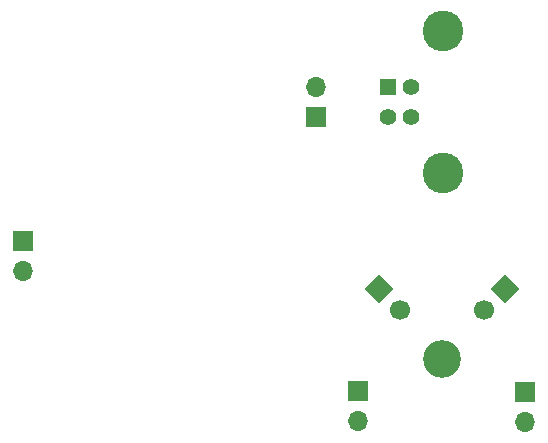
<source format=gbs>
%TF.GenerationSoftware,KiCad,Pcbnew,7.0.5*%
%TF.CreationDate,2024-02-12T20:36:51+02:00*%
%TF.ProjectId,Desk Lamp,4465736b-204c-4616-9d70-2e6b69636164,rev?*%
%TF.SameCoordinates,Original*%
%TF.FileFunction,Soldermask,Bot*%
%TF.FilePolarity,Negative*%
%FSLAX46Y46*%
G04 Gerber Fmt 4.6, Leading zero omitted, Abs format (unit mm)*
G04 Created by KiCad (PCBNEW 7.0.5) date 2024-02-12 20:36:51*
%MOMM*%
%LPD*%
G01*
G04 APERTURE LIST*
G04 Aperture macros list*
%AMHorizOval*
0 Thick line with rounded ends*
0 $1 width*
0 $2 $3 position (X,Y) of the first rounded end (center of the circle)*
0 $4 $5 position (X,Y) of the second rounded end (center of the circle)*
0 Add line between two ends*
20,1,$1,$2,$3,$4,$5,0*
0 Add two circle primitives to create the rounded ends*
1,1,$1,$2,$3*
1,1,$1,$4,$5*%
%AMRotRect*
0 Rectangle, with rotation*
0 The origin of the aperture is its center*
0 $1 length*
0 $2 width*
0 $3 Rotation angle, in degrees counterclockwise*
0 Add horizontal line*
21,1,$1,$2,0,0,$3*%
G04 Aperture macros list end*
%ADD10R,1.700000X1.700000*%
%ADD11O,1.700000X1.700000*%
%ADD12RotRect,1.700000X1.700000X45.000000*%
%ADD13HorizOval,1.700000X0.000000X0.000000X0.000000X0.000000X0*%
%ADD14RotRect,1.700000X1.700000X315.000000*%
%ADD15HorizOval,1.700000X0.000000X0.000000X0.000000X0.000000X0*%
%ADD16R,1.400000X1.400000*%
%ADD17C,1.400000*%
%ADD18C,3.450000*%
%ADD19C,3.200000*%
G04 APERTURE END LIST*
D10*
%TO.C,J_{Battery+}1*%
X129336973Y-114853000D03*
D11*
X129336973Y-117393000D03*
%TD*%
D10*
%TO.C,J_{VUSB+}1*%
X115241973Y-114721000D03*
D11*
X115241973Y-117261000D03*
%TD*%
D12*
%TO.C,J_{VOUT}1*%
X117005412Y-106077439D03*
D13*
X118801463Y-107873490D03*
%TD*%
D14*
%TO.C,J_{Switch}1*%
X127698535Y-106077439D03*
D15*
X125902484Y-107873490D03*
%TD*%
D16*
%TO.C,J2*%
X117728000Y-88996000D03*
D17*
X117728000Y-91496000D03*
X119728000Y-91496000D03*
X119728000Y-88996000D03*
D18*
X122428000Y-84226000D03*
X122428000Y-96266000D03*
%TD*%
D10*
%TO.C,J_{VIN}1*%
X86873523Y-101997424D03*
D11*
X86873523Y-104537424D03*
%TD*%
D19*
%TO.C,H1*%
X122351973Y-112059000D03*
%TD*%
D10*
%TO.C,J5*%
X111710576Y-91521523D03*
D11*
X111710576Y-88981523D03*
%TD*%
M02*

</source>
